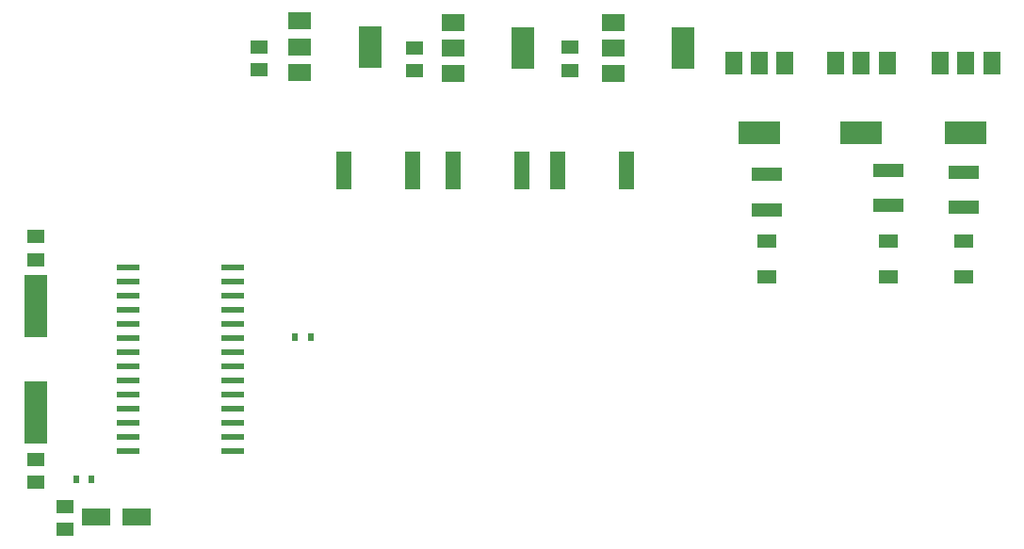
<source format=gbr>
G04 #@! TF.GenerationSoftware,KiCad,Pcbnew,no-vcs-found-104b606~61~ubuntu16.04.1*
G04 #@! TF.CreationDate,2018-02-16T14:36:21-05:00*
G04 #@! TF.ProjectId,D21_2550,4432315F323535302E6B696361645F70,rev?*
G04 #@! TF.SameCoordinates,Original*
G04 #@! TF.FileFunction,Paste,Bot*
G04 #@! TF.FilePolarity,Positive*
%FSLAX46Y46*%
G04 Gerber Fmt 4.6, Leading zero omitted, Abs format (unit mm)*
G04 Created by KiCad (PCBNEW no-vcs-found-104b606~61~ubuntu16.04.1) date Fri Feb 16 14:36:21 2018*
%MOMM*%
%LPD*%
G01*
G04 APERTURE LIST*
%ADD10R,1.500000X1.145000*%
%ADD11R,2.000000X3.800000*%
%ADD12R,2.000000X1.500000*%
%ADD13R,2.700000X1.245000*%
%ADD14R,1.345000X3.400000*%
%ADD15R,2.000000X0.600000*%
%ADD16R,3.800000X2.000000*%
%ADD17R,1.500000X2.000000*%
%ADD18R,2.100000X5.600000*%
%ADD19R,0.600000X0.700000*%
%ADD20R,1.800000X1.245000*%
%ADD21R,2.600000X1.600000*%
G04 APERTURE END LIST*
D10*
X100000000Y-104042500D03*
X100000000Y-101957500D03*
X99940000Y-124085000D03*
X99940000Y-122000000D03*
D11*
X130000000Y-84890000D03*
D12*
X123700000Y-84890000D03*
X123700000Y-82590000D03*
X123700000Y-87190000D03*
X137460000Y-87300000D03*
X137460000Y-82700000D03*
X137460000Y-85000000D03*
D11*
X143760000Y-85000000D03*
X158150000Y-85000000D03*
D12*
X151850000Y-85000000D03*
X151850000Y-82700000D03*
X151850000Y-87300000D03*
D10*
X102590000Y-126220000D03*
X102590000Y-128305000D03*
D13*
X165658475Y-96381066D03*
X165658475Y-99566066D03*
X176565199Y-99188302D03*
X176565199Y-96003302D03*
X183410612Y-96148849D03*
X183410612Y-99333849D03*
D10*
X120000000Y-87000000D03*
X120000000Y-84915000D03*
X134000000Y-85000000D03*
X134000000Y-87085000D03*
X148000000Y-87042500D03*
X148000000Y-84957500D03*
D14*
X127627500Y-96000000D03*
X133812500Y-96000000D03*
X143632500Y-96000000D03*
X137447500Y-96000000D03*
X146907500Y-96000000D03*
X153092500Y-96000000D03*
D15*
X108300000Y-121255000D03*
X108300000Y-119985000D03*
X108300000Y-118715000D03*
X108300000Y-117445000D03*
X108300000Y-116175000D03*
X108300000Y-114905000D03*
X108300000Y-113635000D03*
X108300000Y-112365000D03*
X108300000Y-111095000D03*
X108300000Y-109825000D03*
X108300000Y-108555000D03*
X108300000Y-107285000D03*
X108300000Y-106015000D03*
X108300000Y-104745000D03*
X117700000Y-104745000D03*
X117700000Y-106015000D03*
X117700000Y-107285000D03*
X117700000Y-108555000D03*
X117700000Y-109825000D03*
X117700000Y-111095000D03*
X117700000Y-112365000D03*
X117700000Y-113635000D03*
X117700000Y-114905000D03*
X117700000Y-116175000D03*
X117700000Y-117445000D03*
X117700000Y-118715000D03*
X117700000Y-119985000D03*
X117700000Y-121255000D03*
D16*
X164982000Y-92640000D03*
D17*
X164982000Y-86340000D03*
X167282000Y-86340000D03*
X162682000Y-86340000D03*
X171874000Y-86340000D03*
X176474000Y-86340000D03*
X174174000Y-86340000D03*
D16*
X174174000Y-92640000D03*
X183570000Y-92640000D03*
D17*
X183570000Y-86340000D03*
X185870000Y-86340000D03*
X181270000Y-86340000D03*
D18*
X100000000Y-108250000D03*
X100000000Y-117750000D03*
D19*
X124700000Y-111000000D03*
X123300000Y-111000000D03*
X105010000Y-123757500D03*
X103610000Y-123757500D03*
D20*
X165658475Y-102404522D03*
X165658475Y-105589522D03*
X176565199Y-105592802D03*
X176565199Y-102407802D03*
X183356612Y-102376849D03*
X183356612Y-105561849D03*
D21*
X105420000Y-127140000D03*
X109020000Y-127140000D03*
M02*

</source>
